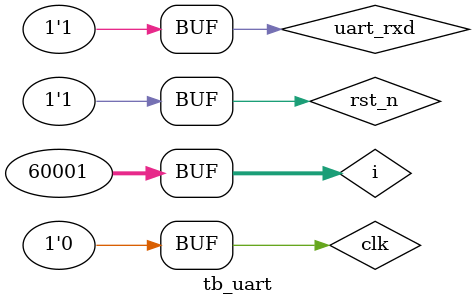
<source format=v>

`timescale 1ns/10ps

module tb_uart ();

    parameter T                 = 20;                   // a FPGA clock period
    parameter SYS_PERIOD        = 50000000;             // system clock frequency
    parameter BPS 		        = 115200;               // uart transmition velocity
    parameter HALF_BIT_PERIOD   = SYS_PERIOD/BPS/2*T;   // 接收一个1/2 bit所用时间

    reg         clk;
    reg         rst_n;
    reg         uart_rxd;
    wire        uart_txd;

    integer i;

    initial begin  
        for(i=0; i<=60000; i=i+1) begin
            #10 clk = ~clk;
        end
    end

    initial begin
        clk          = 1'b0;
        rst_n        = 1'b0;
        #(T*3) rst_n = 1'b1;
    end

    initial begin
                             uart_rxd = 1'b1; 
        #(HALF_BIT_PERIOD*2) uart_rxd = 1'b1;

        #(HALF_BIT_PERIOD*2) uart_rxd = 1'b0; //start

        #(HALF_BIT_PERIOD*2) uart_rxd = 1'b1; //bit 0
        #(HALF_BIT_PERIOD*2) uart_rxd = 1'b0; //bit 1
        #(HALF_BIT_PERIOD*2) uart_rxd = 1'b0; //bit 2
        #(HALF_BIT_PERIOD*2) uart_rxd = 1'b0; //bit 3
        #(HALF_BIT_PERIOD*2) uart_rxd = 1'b0; //bit 4
        #(HALF_BIT_PERIOD*2) uart_rxd = 1'b0; //bit 5
        #(HALF_BIT_PERIOD*2) uart_rxd = 1'b1; //bit 6
        #(HALF_BIT_PERIOD*2) uart_rxd = 1'b0; //bit 7

        #(HALF_BIT_PERIOD*2) uart_rxd = 1'b1; //over

        
        #(HALF_BIT_PERIOD*2) uart_rxd = 1'b1;
        #(HALF_BIT_PERIOD*2) uart_rxd = 1'b1;
        #(HALF_BIT_PERIOD*2) uart_rxd = 1'b1;
        #(HALF_BIT_PERIOD*2) uart_rxd = 1'b1;
        #(HALF_BIT_PERIOD*2) uart_rxd = 1'b1;
        #(HALF_BIT_PERIOD*2) uart_rxd = 1'b1;

        
        #(HALF_BIT_PERIOD*2) uart_rxd = 1'b0; //start

        #(HALF_BIT_PERIOD*2) uart_rxd = 1'b1; //bit 0
        #(HALF_BIT_PERIOD*2) uart_rxd = 1'b1; //bit 1
        #(HALF_BIT_PERIOD*2) uart_rxd = 1'b1; //bit 2
        #(HALF_BIT_PERIOD*2) uart_rxd = 1'b1; //bit 3
        #(HALF_BIT_PERIOD*2) uart_rxd = 1'b0; //bit 4
        #(HALF_BIT_PERIOD*2) uart_rxd = 1'b0; //bit 5
        #(HALF_BIT_PERIOD*2) uart_rxd = 1'b0; //bit 6
        #(HALF_BIT_PERIOD*2) uart_rxd = 1'b0; //bit 7

        #(HALF_BIT_PERIOD*2) uart_rxd = 1'b1; //over

        #(HALF_BIT_PERIOD*2) uart_rxd = 1'b1;
        #(HALF_BIT_PERIOD*2) uart_rxd = 1'b1;
        
    end

    uart u_uart(
        .clk            (clk),//input
        .rst_n          (rst_n),
        .uart_rxd       (uart_rxd),
        .uart_txd       (uart_txd)//output
    );

/*
    initial 
        $vcdpluson();

    initial begin
        $fsdbDumpfile("top_uart.fsdb");
        $fsdbDumpvars(0);
    end
*/
endmodule


</source>
